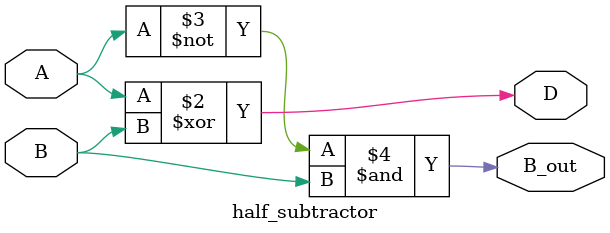
<source format=v>
`timescale 1ns / 1ps


module half_subtractor (
    input A, B,
    output reg D, B_out);
    always @(*) begin
        D = A ^ B;
        B_out = ~A & B;
    end
endmodule


</source>
